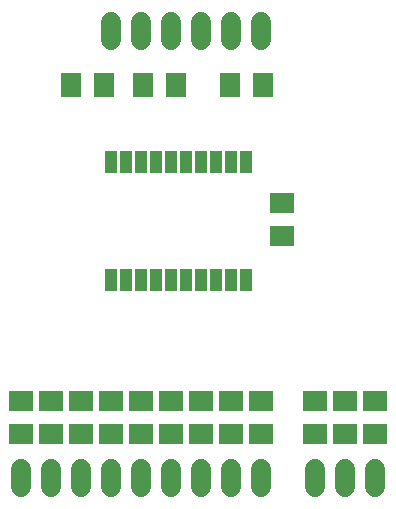
<source format=gbr>
G04 EAGLE Gerber RS-274X export*
G75*
%MOMM*%
%FSLAX34Y34*%
%LPD*%
%INSoldermask Top*%
%IPPOS*%
%AMOC8*
5,1,8,0,0,1.08239X$1,22.5*%
G01*
%ADD10R,2.003200X1.803200*%
%ADD11C,1.727200*%
%ADD12R,2.006200X1.803200*%
%ADD13R,1.803200X2.006200*%
%ADD14R,1.117600X1.981200*%


D10*
X251460Y262920D03*
X251460Y234920D03*
D11*
X106680Y401320D02*
X106680Y416560D01*
X132080Y416560D02*
X132080Y401320D01*
X157480Y401320D02*
X157480Y416560D01*
X182880Y416560D02*
X182880Y401320D01*
X208280Y401320D02*
X208280Y416560D01*
X233680Y416560D02*
X233680Y401320D01*
D12*
X132080Y95500D03*
X132080Y67060D03*
X182880Y95500D03*
X182880Y67060D03*
X208280Y95500D03*
X208280Y67060D03*
X233680Y95500D03*
X233680Y67060D03*
X279400Y95500D03*
X279400Y67060D03*
X304800Y95500D03*
X304800Y67060D03*
X330200Y95500D03*
X330200Y67060D03*
X81280Y95500D03*
X81280Y67060D03*
X55880Y95500D03*
X55880Y67060D03*
X30480Y95500D03*
X30480Y67060D03*
X157480Y95500D03*
X157480Y67060D03*
X106680Y95500D03*
X106680Y67060D03*
D13*
X133100Y363220D03*
X161540Y363220D03*
X206760Y363220D03*
X235200Y363220D03*
X100580Y363220D03*
X72140Y363220D03*
D11*
X330200Y38100D02*
X330200Y22860D01*
X304800Y22860D02*
X304800Y38100D01*
X279400Y38100D02*
X279400Y22860D01*
X233680Y22860D02*
X233680Y38100D01*
X208280Y38100D02*
X208280Y22860D01*
X182880Y22860D02*
X182880Y38100D01*
X157480Y38100D02*
X157480Y22860D01*
X132080Y22860D02*
X132080Y38100D01*
X106680Y38100D02*
X106680Y22860D01*
X81280Y22860D02*
X81280Y38100D01*
X55880Y38100D02*
X55880Y22860D01*
X30480Y22860D02*
X30480Y38100D01*
D14*
X106680Y198120D03*
X119380Y198120D03*
X132080Y198120D03*
X144780Y198120D03*
X157480Y198120D03*
X170180Y198120D03*
X182880Y198120D03*
X195580Y198120D03*
X208280Y198120D03*
X220980Y198120D03*
X106680Y298120D03*
X119380Y298120D03*
X132080Y298120D03*
X144780Y298120D03*
X157480Y298120D03*
X170180Y298120D03*
X182880Y298120D03*
X195580Y298120D03*
X208280Y298120D03*
X220980Y298120D03*
M02*

</source>
